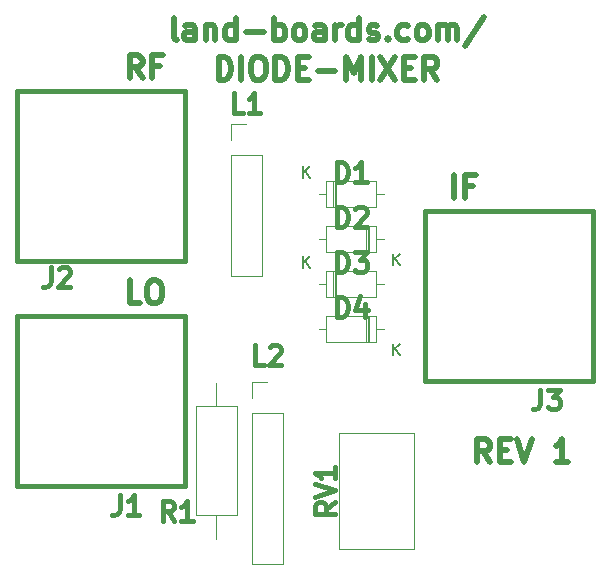
<source format=gto>
G04 #@! TF.GenerationSoftware,KiCad,Pcbnew,(5.1.5)-3*
G04 #@! TF.CreationDate,2021-08-15T10:51:44-04:00*
G04 #@! TF.ProjectId,DIODE-MIXER,44494f44-452d-44d4-9958-45522e6b6963,rev?*
G04 #@! TF.SameCoordinates,Original*
G04 #@! TF.FileFunction,Legend,Top*
G04 #@! TF.FilePolarity,Positive*
%FSLAX46Y46*%
G04 Gerber Fmt 4.6, Leading zero omitted, Abs format (unit mm)*
G04 Created by KiCad (PCBNEW (5.1.5)-3) date 2021-08-15 10:51:44*
%MOMM*%
%LPD*%
G04 APERTURE LIST*
%ADD10C,0.476250*%
%ADD11C,0.381000*%
%ADD12C,0.120000*%
%ADD13C,0.150000*%
G04 APERTURE END LIST*
D10*
X40204571Y-39215785D02*
X39569571Y-38308642D01*
X39115999Y-39215785D02*
X39115999Y-37310785D01*
X39841714Y-37310785D01*
X40023142Y-37401500D01*
X40113857Y-37492214D01*
X40204571Y-37673642D01*
X40204571Y-37945785D01*
X40113857Y-38127214D01*
X40023142Y-38217928D01*
X39841714Y-38308642D01*
X39115999Y-38308642D01*
X41020999Y-38217928D02*
X41655999Y-38217928D01*
X41928142Y-39215785D02*
X41020999Y-39215785D01*
X41020999Y-37310785D01*
X41928142Y-37310785D01*
X42472428Y-37310785D02*
X43107428Y-39215785D01*
X43742428Y-37310785D01*
X46826714Y-39215785D02*
X45738142Y-39215785D01*
X46282428Y-39215785D02*
X46282428Y-37310785D01*
X46100999Y-37582928D01*
X45919571Y-37764357D01*
X45738142Y-37855071D01*
X37183571Y-16863785D02*
X37183571Y-14958785D01*
X38725714Y-15865928D02*
X38090714Y-15865928D01*
X38090714Y-16863785D02*
X38090714Y-14958785D01*
X38997857Y-14958785D01*
X10591785Y-25753785D02*
X9684642Y-25753785D01*
X9684642Y-23848785D01*
X11589642Y-23848785D02*
X11952500Y-23848785D01*
X12133928Y-23939500D01*
X12315357Y-24120928D01*
X12406071Y-24483785D01*
X12406071Y-25118785D01*
X12315357Y-25481642D01*
X12133928Y-25663071D01*
X11952500Y-25753785D01*
X11589642Y-25753785D01*
X11408214Y-25663071D01*
X11226785Y-25481642D01*
X11136071Y-25118785D01*
X11136071Y-24483785D01*
X11226785Y-24120928D01*
X11408214Y-23939500D01*
X11589642Y-23848785D01*
X10773214Y-6703785D02*
X10138214Y-5796642D01*
X9684642Y-6703785D02*
X9684642Y-4798785D01*
X10410357Y-4798785D01*
X10591785Y-4889500D01*
X10682500Y-4980214D01*
X10773214Y-5161642D01*
X10773214Y-5433785D01*
X10682500Y-5615214D01*
X10591785Y-5705928D01*
X10410357Y-5796642D01*
X9684642Y-5796642D01*
X12224642Y-5705928D02*
X11589642Y-5705928D01*
X11589642Y-6703785D02*
X11589642Y-4798785D01*
X12496785Y-4798785D01*
X13670642Y-3512910D02*
X13489214Y-3422196D01*
X13398499Y-3240767D01*
X13398499Y-1607910D01*
X15212785Y-3512910D02*
X15212785Y-2515053D01*
X15122071Y-2333625D01*
X14940642Y-2242910D01*
X14577785Y-2242910D01*
X14396357Y-2333625D01*
X15212785Y-3422196D02*
X15031357Y-3512910D01*
X14577785Y-3512910D01*
X14396357Y-3422196D01*
X14305642Y-3240767D01*
X14305642Y-3059339D01*
X14396357Y-2877910D01*
X14577785Y-2787196D01*
X15031357Y-2787196D01*
X15212785Y-2696482D01*
X16119928Y-2242910D02*
X16119928Y-3512910D01*
X16119928Y-2424339D02*
X16210642Y-2333625D01*
X16392071Y-2242910D01*
X16664214Y-2242910D01*
X16845642Y-2333625D01*
X16936357Y-2515053D01*
X16936357Y-3512910D01*
X18659928Y-3512910D02*
X18659928Y-1607910D01*
X18659928Y-3422196D02*
X18478499Y-3512910D01*
X18115642Y-3512910D01*
X17934214Y-3422196D01*
X17843499Y-3331482D01*
X17752785Y-3150053D01*
X17752785Y-2605767D01*
X17843499Y-2424339D01*
X17934214Y-2333625D01*
X18115642Y-2242910D01*
X18478499Y-2242910D01*
X18659928Y-2333625D01*
X19567071Y-2787196D02*
X21018499Y-2787196D01*
X21925642Y-3512910D02*
X21925642Y-1607910D01*
X21925642Y-2333625D02*
X22107071Y-2242910D01*
X22469928Y-2242910D01*
X22651357Y-2333625D01*
X22742071Y-2424339D01*
X22832785Y-2605767D01*
X22832785Y-3150053D01*
X22742071Y-3331482D01*
X22651357Y-3422196D01*
X22469928Y-3512910D01*
X22107071Y-3512910D01*
X21925642Y-3422196D01*
X23921357Y-3512910D02*
X23739928Y-3422196D01*
X23649214Y-3331482D01*
X23558500Y-3150053D01*
X23558500Y-2605767D01*
X23649214Y-2424339D01*
X23739928Y-2333625D01*
X23921357Y-2242910D01*
X24193500Y-2242910D01*
X24374928Y-2333625D01*
X24465642Y-2424339D01*
X24556357Y-2605767D01*
X24556357Y-3150053D01*
X24465642Y-3331482D01*
X24374928Y-3422196D01*
X24193500Y-3512910D01*
X23921357Y-3512910D01*
X26189214Y-3512910D02*
X26189214Y-2515053D01*
X26098500Y-2333625D01*
X25917071Y-2242910D01*
X25554214Y-2242910D01*
X25372785Y-2333625D01*
X26189214Y-3422196D02*
X26007785Y-3512910D01*
X25554214Y-3512910D01*
X25372785Y-3422196D01*
X25282071Y-3240767D01*
X25282071Y-3059339D01*
X25372785Y-2877910D01*
X25554214Y-2787196D01*
X26007785Y-2787196D01*
X26189214Y-2696482D01*
X27096357Y-3512910D02*
X27096357Y-2242910D01*
X27096357Y-2605767D02*
X27187071Y-2424339D01*
X27277785Y-2333625D01*
X27459214Y-2242910D01*
X27640642Y-2242910D01*
X29092071Y-3512910D02*
X29092071Y-1607910D01*
X29092071Y-3422196D02*
X28910642Y-3512910D01*
X28547785Y-3512910D01*
X28366357Y-3422196D01*
X28275642Y-3331482D01*
X28184928Y-3150053D01*
X28184928Y-2605767D01*
X28275642Y-2424339D01*
X28366357Y-2333625D01*
X28547785Y-2242910D01*
X28910642Y-2242910D01*
X29092071Y-2333625D01*
X29908500Y-3422196D02*
X30089928Y-3512910D01*
X30452785Y-3512910D01*
X30634214Y-3422196D01*
X30724928Y-3240767D01*
X30724928Y-3150053D01*
X30634214Y-2968625D01*
X30452785Y-2877910D01*
X30180642Y-2877910D01*
X29999214Y-2787196D01*
X29908500Y-2605767D01*
X29908500Y-2515053D01*
X29999214Y-2333625D01*
X30180642Y-2242910D01*
X30452785Y-2242910D01*
X30634214Y-2333625D01*
X31541357Y-3331482D02*
X31632071Y-3422196D01*
X31541357Y-3512910D01*
X31450642Y-3422196D01*
X31541357Y-3331482D01*
X31541357Y-3512910D01*
X33264928Y-3422196D02*
X33083500Y-3512910D01*
X32720642Y-3512910D01*
X32539214Y-3422196D01*
X32448500Y-3331482D01*
X32357785Y-3150053D01*
X32357785Y-2605767D01*
X32448500Y-2424339D01*
X32539214Y-2333625D01*
X32720642Y-2242910D01*
X33083500Y-2242910D01*
X33264928Y-2333625D01*
X34353500Y-3512910D02*
X34172071Y-3422196D01*
X34081357Y-3331482D01*
X33990642Y-3150053D01*
X33990642Y-2605767D01*
X34081357Y-2424339D01*
X34172071Y-2333625D01*
X34353500Y-2242910D01*
X34625642Y-2242910D01*
X34807071Y-2333625D01*
X34897785Y-2424339D01*
X34988500Y-2605767D01*
X34988500Y-3150053D01*
X34897785Y-3331482D01*
X34807071Y-3422196D01*
X34625642Y-3512910D01*
X34353500Y-3512910D01*
X35804928Y-3512910D02*
X35804928Y-2242910D01*
X35804928Y-2424339D02*
X35895642Y-2333625D01*
X36077071Y-2242910D01*
X36349214Y-2242910D01*
X36530642Y-2333625D01*
X36621357Y-2515053D01*
X36621357Y-3512910D01*
X36621357Y-2515053D02*
X36712071Y-2333625D01*
X36893500Y-2242910D01*
X37165642Y-2242910D01*
X37347071Y-2333625D01*
X37437785Y-2515053D01*
X37437785Y-3512910D01*
X39705642Y-1517196D02*
X38072785Y-3966482D01*
X17208500Y-6846660D02*
X17208500Y-4941660D01*
X17662071Y-4941660D01*
X17934214Y-5032375D01*
X18115642Y-5213803D01*
X18206357Y-5395232D01*
X18297071Y-5758089D01*
X18297071Y-6030232D01*
X18206357Y-6393089D01*
X18115642Y-6574517D01*
X17934214Y-6755946D01*
X17662071Y-6846660D01*
X17208500Y-6846660D01*
X19113500Y-6846660D02*
X19113500Y-4941660D01*
X20383500Y-4941660D02*
X20746357Y-4941660D01*
X20927785Y-5032375D01*
X21109214Y-5213803D01*
X21199928Y-5576660D01*
X21199928Y-6211660D01*
X21109214Y-6574517D01*
X20927785Y-6755946D01*
X20746357Y-6846660D01*
X20383500Y-6846660D01*
X20202071Y-6755946D01*
X20020642Y-6574517D01*
X19929928Y-6211660D01*
X19929928Y-5576660D01*
X20020642Y-5213803D01*
X20202071Y-5032375D01*
X20383500Y-4941660D01*
X22016357Y-6846660D02*
X22016357Y-4941660D01*
X22469928Y-4941660D01*
X22742071Y-5032375D01*
X22923500Y-5213803D01*
X23014214Y-5395232D01*
X23104928Y-5758089D01*
X23104928Y-6030232D01*
X23014214Y-6393089D01*
X22923500Y-6574517D01*
X22742071Y-6755946D01*
X22469928Y-6846660D01*
X22016357Y-6846660D01*
X23921357Y-5848803D02*
X24556357Y-5848803D01*
X24828500Y-6846660D02*
X23921357Y-6846660D01*
X23921357Y-4941660D01*
X24828500Y-4941660D01*
X25644928Y-6120946D02*
X27096357Y-6120946D01*
X28003500Y-6846660D02*
X28003500Y-4941660D01*
X28638500Y-6302375D01*
X29273500Y-4941660D01*
X29273500Y-6846660D01*
X30180642Y-6846660D02*
X30180642Y-4941660D01*
X30906357Y-4941660D02*
X32176357Y-6846660D01*
X32176357Y-4941660D02*
X30906357Y-6846660D01*
X32902071Y-5848803D02*
X33537071Y-5848803D01*
X33809214Y-6846660D02*
X32902071Y-6846660D01*
X32902071Y-4941660D01*
X33809214Y-4941660D01*
X35714214Y-6846660D02*
X35079214Y-5939517D01*
X34625642Y-6846660D02*
X34625642Y-4941660D01*
X35351357Y-4941660D01*
X35532785Y-5032375D01*
X35623500Y-5123089D01*
X35714214Y-5304517D01*
X35714214Y-5576660D01*
X35623500Y-5758089D01*
X35532785Y-5848803D01*
X35351357Y-5939517D01*
X34625642Y-5939517D01*
D11*
X14325600Y-41224200D02*
X124460Y-41224200D01*
X129540Y-41229280D02*
X129540Y-26830020D01*
X124460Y-26824940D02*
X14325600Y-26824940D01*
X14343380Y-41224200D02*
X14343380Y-26824940D01*
X14343380Y-22174200D02*
X14343380Y-7774940D01*
X124460Y-7774940D02*
X14325600Y-7774940D01*
X129540Y-22179280D02*
X129540Y-7780020D01*
X14325600Y-22174200D02*
X124460Y-22174200D01*
X34696400Y-17957800D02*
X48897540Y-17957800D01*
X48892460Y-17952720D02*
X48892460Y-32351980D01*
X48897540Y-32357060D02*
X34696400Y-32357060D01*
X34678620Y-17957800D02*
X34678620Y-32357060D01*
D12*
X26328000Y-15390000D02*
X26328000Y-17630000D01*
X26328000Y-17630000D02*
X30568000Y-17630000D01*
X30568000Y-17630000D02*
X30568000Y-15390000D01*
X30568000Y-15390000D02*
X26328000Y-15390000D01*
X25678000Y-16510000D02*
X26328000Y-16510000D01*
X31218000Y-16510000D02*
X30568000Y-16510000D01*
X27048000Y-15390000D02*
X27048000Y-17630000D01*
X27168000Y-15390000D02*
X27168000Y-17630000D01*
X26928000Y-15390000D02*
X26928000Y-17630000D01*
X30568000Y-29060000D02*
X30568000Y-26820000D01*
X30568000Y-26820000D02*
X26328000Y-26820000D01*
X26328000Y-26820000D02*
X26328000Y-29060000D01*
X26328000Y-29060000D02*
X30568000Y-29060000D01*
X31218000Y-27940000D02*
X30568000Y-27940000D01*
X25678000Y-27940000D02*
X26328000Y-27940000D01*
X29848000Y-29060000D02*
X29848000Y-26820000D01*
X29728000Y-29060000D02*
X29728000Y-26820000D01*
X29968000Y-29060000D02*
X29968000Y-26820000D01*
X26928000Y-23010000D02*
X26928000Y-25250000D01*
X27168000Y-23010000D02*
X27168000Y-25250000D01*
X27048000Y-23010000D02*
X27048000Y-25250000D01*
X31218000Y-24130000D02*
X30568000Y-24130000D01*
X25678000Y-24130000D02*
X26328000Y-24130000D01*
X30568000Y-23010000D02*
X26328000Y-23010000D01*
X30568000Y-25250000D02*
X30568000Y-23010000D01*
X26328000Y-25250000D02*
X30568000Y-25250000D01*
X26328000Y-23010000D02*
X26328000Y-25250000D01*
X29968000Y-21440000D02*
X29968000Y-19200000D01*
X29728000Y-21440000D02*
X29728000Y-19200000D01*
X29848000Y-21440000D02*
X29848000Y-19200000D01*
X25678000Y-20320000D02*
X26328000Y-20320000D01*
X31218000Y-20320000D02*
X30568000Y-20320000D01*
X26328000Y-21440000D02*
X30568000Y-21440000D01*
X26328000Y-19200000D02*
X26328000Y-21440000D01*
X30568000Y-19200000D02*
X26328000Y-19200000D01*
X30568000Y-21440000D02*
X30568000Y-19200000D01*
X20006000Y-47812000D02*
X22666000Y-47812000D01*
X20006000Y-35052000D02*
X20006000Y-47812000D01*
X22666000Y-35052000D02*
X22666000Y-47812000D01*
X20006000Y-35052000D02*
X22666000Y-35052000D01*
X20006000Y-33782000D02*
X20006000Y-32452000D01*
X20006000Y-32452000D02*
X21336000Y-32452000D01*
X18228000Y-23428000D02*
X20888000Y-23428000D01*
X18228000Y-13208000D02*
X18228000Y-23428000D01*
X20888000Y-13208000D02*
X20888000Y-23428000D01*
X18228000Y-13208000D02*
X20888000Y-13208000D01*
X18228000Y-11938000D02*
X18228000Y-10608000D01*
X18228000Y-10608000D02*
X19558000Y-10608000D01*
X27434000Y-46541000D02*
X27434000Y-36771000D01*
X33774000Y-46541000D02*
X33774000Y-36771000D01*
X27434000Y-46541000D02*
X33774000Y-46541000D01*
X27434000Y-36771000D02*
X33774000Y-36771000D01*
X18738000Y-34496000D02*
X15298000Y-34496000D01*
X15298000Y-34496000D02*
X15298000Y-43736000D01*
X15298000Y-43736000D02*
X18738000Y-43736000D01*
X18738000Y-43736000D02*
X18738000Y-34496000D01*
X17018000Y-32536000D02*
X17018000Y-34496000D01*
X17018000Y-45696000D02*
X17018000Y-43736000D01*
D11*
X8847666Y-42021880D02*
X8847666Y-43201166D01*
X8769047Y-43437023D01*
X8611809Y-43594261D01*
X8375952Y-43672880D01*
X8218714Y-43672880D01*
X10498666Y-43672880D02*
X9555238Y-43672880D01*
X10026952Y-43672880D02*
X10026952Y-42021880D01*
X9869714Y-42257738D01*
X9712476Y-42414976D01*
X9555238Y-42493595D01*
X3005666Y-22717880D02*
X3005666Y-23897166D01*
X2927047Y-24133023D01*
X2769809Y-24290261D01*
X2533952Y-24368880D01*
X2376714Y-24368880D01*
X3713238Y-22875119D02*
X3791857Y-22796500D01*
X3949095Y-22717880D01*
X4342190Y-22717880D01*
X4499428Y-22796500D01*
X4578047Y-22875119D01*
X4656666Y-23032357D01*
X4656666Y-23189595D01*
X4578047Y-23425452D01*
X3634619Y-24368880D01*
X4656666Y-24368880D01*
X44449666Y-33095880D02*
X44449666Y-34275166D01*
X44371047Y-34511023D01*
X44213809Y-34668261D01*
X43977952Y-34746880D01*
X43820714Y-34746880D01*
X45078619Y-33095880D02*
X46100666Y-33095880D01*
X45550333Y-33724833D01*
X45786190Y-33724833D01*
X45943428Y-33803452D01*
X46022047Y-33882071D01*
X46100666Y-34039309D01*
X46100666Y-34432404D01*
X46022047Y-34589642D01*
X45943428Y-34668261D01*
X45786190Y-34746880D01*
X45314476Y-34746880D01*
X45157238Y-34668261D01*
X45078619Y-34589642D01*
X27229404Y-15478880D02*
X27229404Y-13827880D01*
X27622500Y-13827880D01*
X27858357Y-13906500D01*
X28015595Y-14063738D01*
X28094214Y-14220976D01*
X28172833Y-14535452D01*
X28172833Y-14771309D01*
X28094214Y-15085785D01*
X28015595Y-15243023D01*
X27858357Y-15400261D01*
X27622500Y-15478880D01*
X27229404Y-15478880D01*
X29745214Y-15478880D02*
X28801785Y-15478880D01*
X29273500Y-15478880D02*
X29273500Y-13827880D01*
X29116261Y-14063738D01*
X28959023Y-14220976D01*
X28801785Y-14299595D01*
D13*
X24376095Y-15162380D02*
X24376095Y-14162380D01*
X24947523Y-15162380D02*
X24518952Y-14590952D01*
X24947523Y-14162380D02*
X24376095Y-14733809D01*
D11*
X27229404Y-26908880D02*
X27229404Y-25257880D01*
X27622500Y-25257880D01*
X27858357Y-25336500D01*
X28015595Y-25493738D01*
X28094214Y-25650976D01*
X28172833Y-25965452D01*
X28172833Y-26201309D01*
X28094214Y-26515785D01*
X28015595Y-26673023D01*
X27858357Y-26830261D01*
X27622500Y-26908880D01*
X27229404Y-26908880D01*
X29587976Y-25808214D02*
X29587976Y-26908880D01*
X29194880Y-25179261D02*
X28801785Y-26358547D01*
X29823833Y-26358547D01*
D13*
X31996095Y-30192380D02*
X31996095Y-29192380D01*
X32567523Y-30192380D02*
X32138952Y-29620952D01*
X32567523Y-29192380D02*
X31996095Y-29763809D01*
D11*
X27229404Y-23098880D02*
X27229404Y-21447880D01*
X27622500Y-21447880D01*
X27858357Y-21526500D01*
X28015595Y-21683738D01*
X28094214Y-21840976D01*
X28172833Y-22155452D01*
X28172833Y-22391309D01*
X28094214Y-22705785D01*
X28015595Y-22863023D01*
X27858357Y-23020261D01*
X27622500Y-23098880D01*
X27229404Y-23098880D01*
X28723166Y-21447880D02*
X29745214Y-21447880D01*
X29194880Y-22076833D01*
X29430738Y-22076833D01*
X29587976Y-22155452D01*
X29666595Y-22234071D01*
X29745214Y-22391309D01*
X29745214Y-22784404D01*
X29666595Y-22941642D01*
X29587976Y-23020261D01*
X29430738Y-23098880D01*
X28959023Y-23098880D01*
X28801785Y-23020261D01*
X28723166Y-22941642D01*
D13*
X24376095Y-22782380D02*
X24376095Y-21782380D01*
X24947523Y-22782380D02*
X24518952Y-22210952D01*
X24947523Y-21782380D02*
X24376095Y-22353809D01*
D11*
X27229404Y-19288880D02*
X27229404Y-17637880D01*
X27622500Y-17637880D01*
X27858357Y-17716500D01*
X28015595Y-17873738D01*
X28094214Y-18030976D01*
X28172833Y-18345452D01*
X28172833Y-18581309D01*
X28094214Y-18895785D01*
X28015595Y-19053023D01*
X27858357Y-19210261D01*
X27622500Y-19288880D01*
X27229404Y-19288880D01*
X28801785Y-17795119D02*
X28880404Y-17716500D01*
X29037642Y-17637880D01*
X29430738Y-17637880D01*
X29587976Y-17716500D01*
X29666595Y-17795119D01*
X29745214Y-17952357D01*
X29745214Y-18109595D01*
X29666595Y-18345452D01*
X28723166Y-19288880D01*
X29745214Y-19288880D01*
D13*
X31996095Y-22572380D02*
X31996095Y-21572380D01*
X32567523Y-22572380D02*
X32138952Y-22000952D01*
X32567523Y-21572380D02*
X31996095Y-22143809D01*
D11*
X21060833Y-30972880D02*
X20274642Y-30972880D01*
X20274642Y-29321880D01*
X21532547Y-29479119D02*
X21611166Y-29400500D01*
X21768404Y-29321880D01*
X22161500Y-29321880D01*
X22318738Y-29400500D01*
X22397357Y-29479119D01*
X22475976Y-29636357D01*
X22475976Y-29793595D01*
X22397357Y-30029452D01*
X21453928Y-30972880D01*
X22475976Y-30972880D01*
X19282833Y-9636880D02*
X18496642Y-9636880D01*
X18496642Y-7985880D01*
X20697976Y-9636880D02*
X19754547Y-9636880D01*
X20226261Y-9636880D02*
X20226261Y-7985880D01*
X20069023Y-8221738D01*
X19911785Y-8378976D01*
X19754547Y-8457595D01*
X27050880Y-42638738D02*
X26264690Y-43189071D01*
X27050880Y-43582166D02*
X25399880Y-43582166D01*
X25399880Y-42953214D01*
X25478500Y-42795976D01*
X25557119Y-42717357D01*
X25714357Y-42638738D01*
X25950214Y-42638738D01*
X26107452Y-42717357D01*
X26186071Y-42795976D01*
X26264690Y-42953214D01*
X26264690Y-43582166D01*
X25399880Y-42167023D02*
X27050880Y-41616690D01*
X25399880Y-41066357D01*
X27050880Y-39651214D02*
X27050880Y-40594642D01*
X27050880Y-40122928D02*
X25399880Y-40122928D01*
X25635738Y-40280166D01*
X25792976Y-40437404D01*
X25871595Y-40594642D01*
X13440833Y-44180880D02*
X12890500Y-43394690D01*
X12497404Y-44180880D02*
X12497404Y-42529880D01*
X13126357Y-42529880D01*
X13283595Y-42608500D01*
X13362214Y-42687119D01*
X13440833Y-42844357D01*
X13440833Y-43080214D01*
X13362214Y-43237452D01*
X13283595Y-43316071D01*
X13126357Y-43394690D01*
X12497404Y-43394690D01*
X15013214Y-44180880D02*
X14069785Y-44180880D01*
X14541500Y-44180880D02*
X14541500Y-42529880D01*
X14384261Y-42765738D01*
X14227023Y-42922976D01*
X14069785Y-43001595D01*
M02*

</source>
